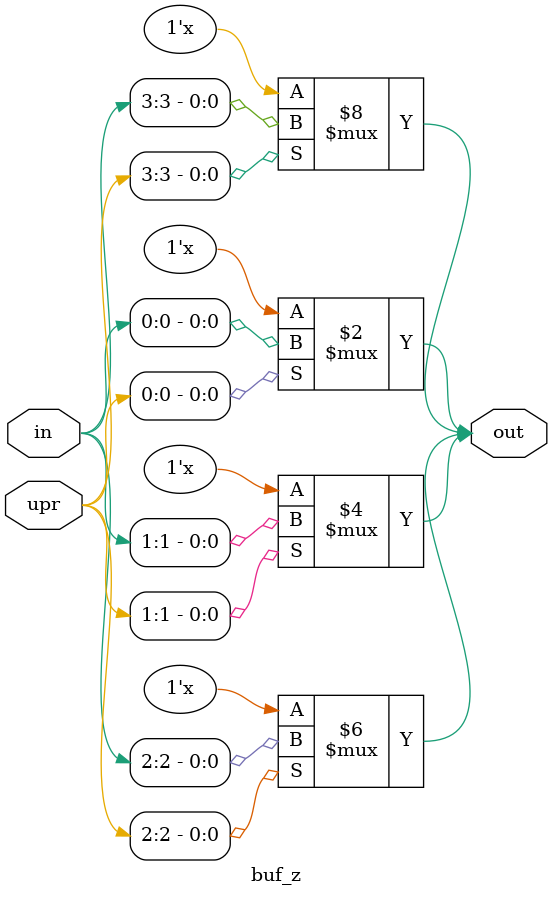
<source format=v>
module buf_z (
	input [3:0] in,
	input [3:0] upr,
	output out
);

assign out = (upr [0] == 1) ? in [0] : 1'bz;
assign out = (upr [1] == 1) ? in [1] : 1'bz;
assign out = (upr [2] == 1) ? in [2] : 1'bz;
assign out = (upr [3] == 1) ? in [3] : 1'bz;

endmodule
	
</source>
